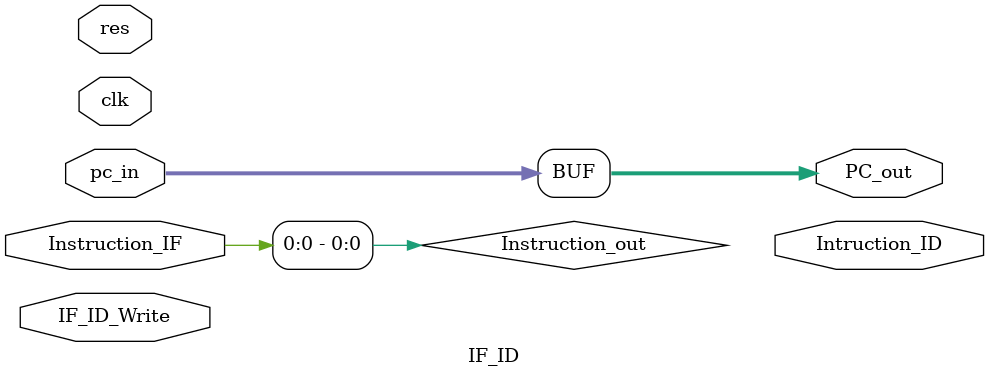
<source format=v>
`timescale 1ns / 1ps

module IF_ID(
input [31:0] pc_in, Instruction_IF, IF_ID_Write,
input clk, res,
output [31:0] PC_out, Intruction_ID
);

	assign PC_out = pc_in;
	assign Instruction_out = Instruction_IF;

endmodule
</source>
